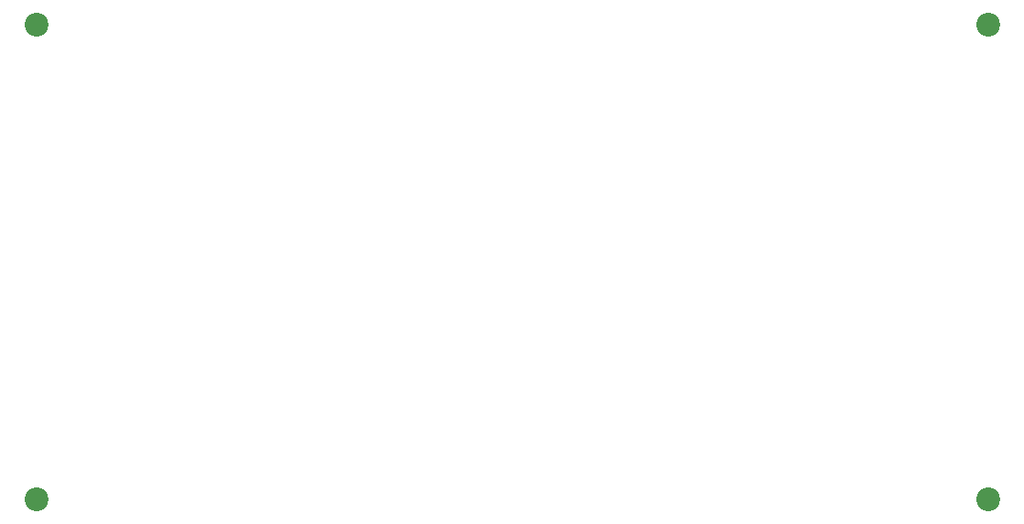
<source format=gbr>
%TF.GenerationSoftware,KiCad,Pcbnew,5.1.8*%
%TF.CreationDate,2021-04-17T00:10:53-05:00*%
%TF.ProjectId,small-paintbrush-hotswap-bottom,736d616c-6c2d-4706-9169-6e7462727573,rev?*%
%TF.SameCoordinates,Original*%
%TF.FileFunction,Soldermask,Bot*%
%TF.FilePolarity,Negative*%
%FSLAX46Y46*%
G04 Gerber Fmt 4.6, Leading zero omitted, Abs format (unit mm)*
G04 Created by KiCad (PCBNEW 5.1.8) date 2021-04-17 00:10:53*
%MOMM*%
%LPD*%
G01*
G04 APERTURE LIST*
%ADD10C,2.200000*%
G04 APERTURE END LIST*
D10*
%TO.C,REF\u002A\u002A*%
X78901739Y-65599424D03*
%TD*%
%TO.C,REF\u002A\u002A*%
X78901736Y-21599424D03*
%TD*%
%TO.C,REF\u002A\u002A*%
X166901739Y-65599426D03*
%TD*%
%TO.C,REF\u002A\u002A*%
X166901737Y-21599424D03*
%TD*%
M02*

</source>
